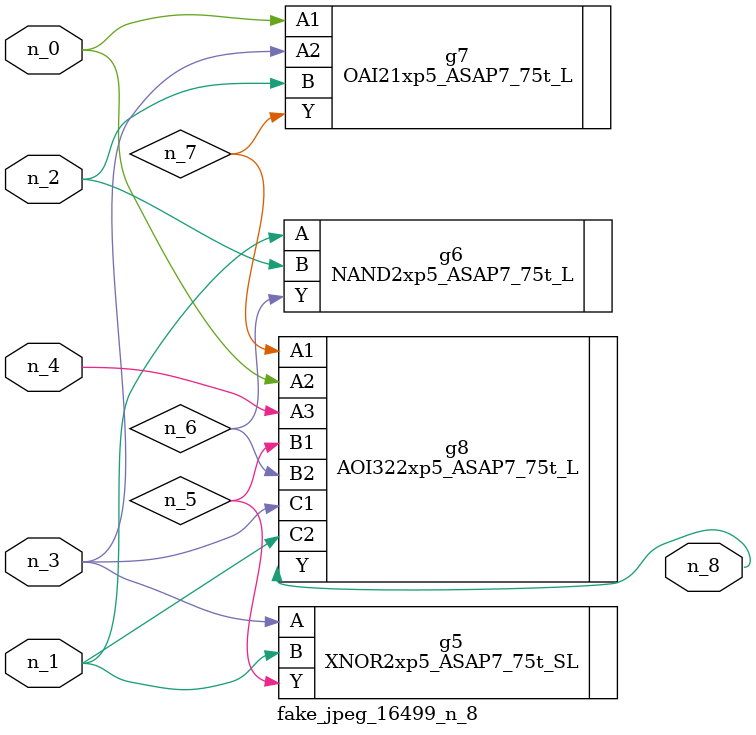
<source format=v>
module fake_jpeg_16499_n_8 (n_3, n_2, n_1, n_0, n_4, n_8);

input n_3;
input n_2;
input n_1;
input n_0;
input n_4;

output n_8;

wire n_6;
wire n_5;
wire n_7;

XNOR2xp5_ASAP7_75t_SL g5 ( 
.A(n_3),
.B(n_1),
.Y(n_5)
);

NAND2xp5_ASAP7_75t_L g6 ( 
.A(n_1),
.B(n_2),
.Y(n_6)
);

OAI21xp5_ASAP7_75t_L g7 ( 
.A1(n_0),
.A2(n_3),
.B(n_2),
.Y(n_7)
);

AOI322xp5_ASAP7_75t_L g8 ( 
.A1(n_7),
.A2(n_0),
.A3(n_4),
.B1(n_5),
.B2(n_6),
.C1(n_3),
.C2(n_1),
.Y(n_8)
);


endmodule
</source>
